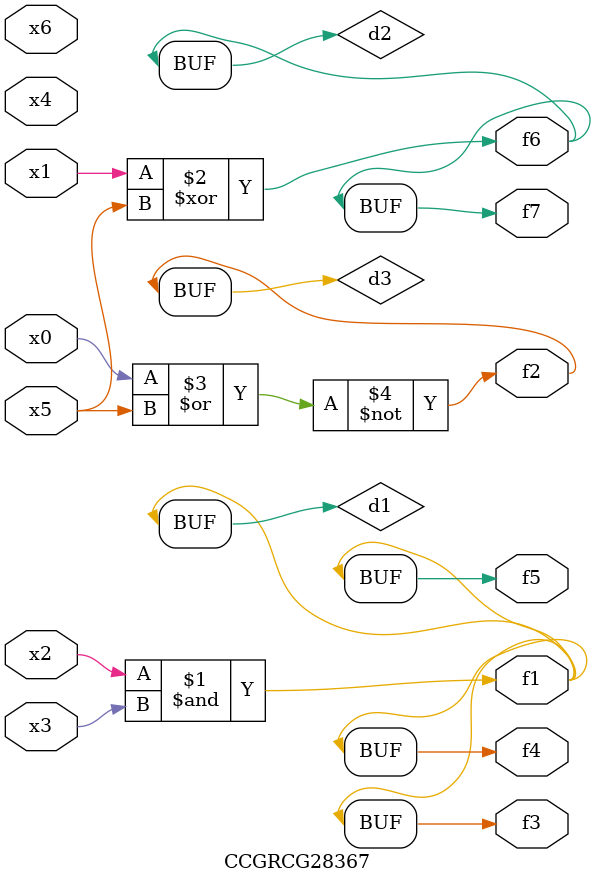
<source format=v>
module CCGRCG28367(
	input x0, x1, x2, x3, x4, x5, x6,
	output f1, f2, f3, f4, f5, f6, f7
);

	wire d1, d2, d3;

	and (d1, x2, x3);
	xor (d2, x1, x5);
	nor (d3, x0, x5);
	assign f1 = d1;
	assign f2 = d3;
	assign f3 = d1;
	assign f4 = d1;
	assign f5 = d1;
	assign f6 = d2;
	assign f7 = d2;
endmodule

</source>
